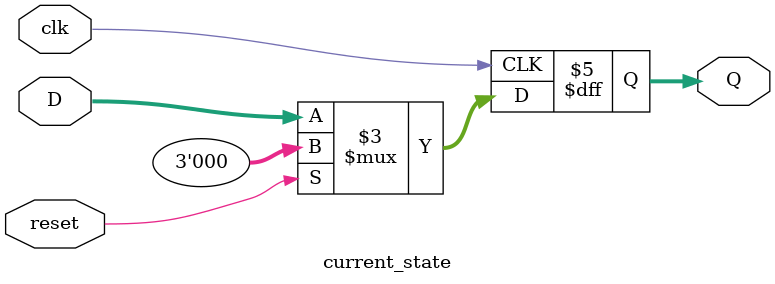
<source format=v>
module current_state (clk, D, Q, reset);
	input clk,reset;
	input [2:0]D;
	output reg [2:0]Q;
	always @ (posedge clk) begin 
		if (reset)
			Q<=3'b000;
		else 
			Q<=D;
	end
	
endmodule

</source>
